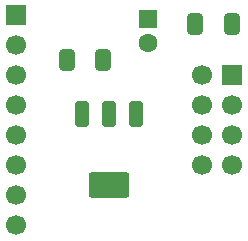
<source format=gbr>
%TF.GenerationSoftware,KiCad,Pcbnew,9.0.3*%
%TF.CreationDate,2025-10-19T16:24:49+11:00*%
%TF.ProjectId,NRF24L01-better-breakout,4e524632-344c-4303-912d-626574746572,rev?*%
%TF.SameCoordinates,Original*%
%TF.FileFunction,Soldermask,Top*%
%TF.FilePolarity,Negative*%
%FSLAX46Y46*%
G04 Gerber Fmt 4.6, Leading zero omitted, Abs format (unit mm)*
G04 Created by KiCad (PCBNEW 9.0.3) date 2025-10-19 16:24:49*
%MOMM*%
%LPD*%
G01*
G04 APERTURE LIST*
G04 Aperture macros list*
%AMRoundRect*
0 Rectangle with rounded corners*
0 $1 Rounding radius*
0 $2 $3 $4 $5 $6 $7 $8 $9 X,Y pos of 4 corners*
0 Add a 4 corners polygon primitive as box body*
4,1,4,$2,$3,$4,$5,$6,$7,$8,$9,$2,$3,0*
0 Add four circle primitives for the rounded corners*
1,1,$1+$1,$2,$3*
1,1,$1+$1,$4,$5*
1,1,$1+$1,$6,$7*
1,1,$1+$1,$8,$9*
0 Add four rect primitives between the rounded corners*
20,1,$1+$1,$2,$3,$4,$5,0*
20,1,$1+$1,$4,$5,$6,$7,0*
20,1,$1+$1,$6,$7,$8,$9,0*
20,1,$1+$1,$8,$9,$2,$3,0*%
G04 Aperture macros list end*
%ADD10RoundRect,0.141750X-0.425250X0.950250X-0.425250X-0.950250X0.425250X-0.950250X0.425250X0.950250X0*%
%ADD11RoundRect,0.273000X-1.444000X0.819000X-1.444000X-0.819000X1.444000X-0.819000X1.444000X0.819000X0*%
%ADD12RoundRect,0.250000X0.412500X0.650000X-0.412500X0.650000X-0.412500X-0.650000X0.412500X-0.650000X0*%
%ADD13RoundRect,0.250000X-0.550000X0.550000X-0.550000X-0.550000X0.550000X-0.550000X0.550000X0.550000X0*%
%ADD14C,1.600000*%
%ADD15R,1.700000X1.700000*%
%ADD16C,1.700000*%
%ADD17RoundRect,0.250000X-0.412500X-0.650000X0.412500X-0.650000X0.412500X0.650000X-0.412500X0.650000X0*%
G04 APERTURE END LIST*
D10*
%TO.C,U1*%
X111012000Y-71107500D03*
X108712000Y-71107500D03*
X106412000Y-71107500D03*
D11*
X108712000Y-77137500D03*
%TD*%
D12*
%TO.C,C2_2*%
X119126000Y-63500000D03*
X116001000Y-63500000D03*
%TD*%
D13*
%TO.C,C2_1*%
X112014000Y-63052888D03*
D14*
X112014000Y-65052888D03*
%TD*%
D15*
%TO.C,J1*%
X119146000Y-67818000D03*
D16*
X116606000Y-67818000D03*
X119146000Y-70358000D03*
X116606000Y-70358000D03*
X119146000Y-72898000D03*
X116606000Y-72898000D03*
X119146000Y-75438000D03*
X116606000Y-75438000D03*
%TD*%
D17*
%TO.C,C1*%
X105117500Y-66548000D03*
X108242500Y-66548000D03*
%TD*%
D15*
%TO.C,J2*%
X100838000Y-62738000D03*
D16*
X100838000Y-65278000D03*
X100838000Y-67818000D03*
X100838000Y-70358000D03*
X100838000Y-72898000D03*
X100838000Y-75438000D03*
X100838000Y-77978000D03*
X100838000Y-80518000D03*
%TD*%
M02*

</source>
